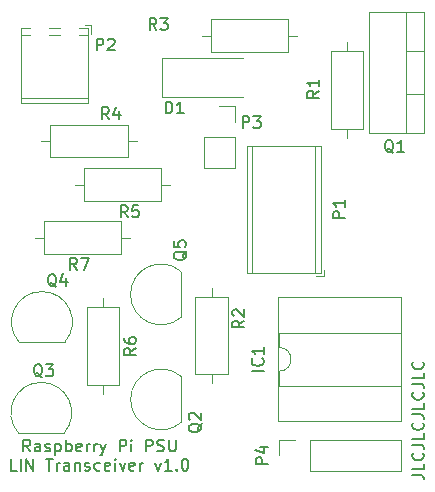
<source format=gbr>
%TF.GenerationSoftware,KiCad,Pcbnew,(6.0.10)*%
%TF.CreationDate,2023-01-15T11:08:54+01:00*%
%TF.ProjectId,PCB_PSU_LIN_2023-01-12,5043425f-5053-4555-9f4c-494e5f323032,rev?*%
%TF.SameCoordinates,Original*%
%TF.FileFunction,Legend,Top*%
%TF.FilePolarity,Positive*%
%FSLAX46Y46*%
G04 Gerber Fmt 4.6, Leading zero omitted, Abs format (unit mm)*
G04 Created by KiCad (PCBNEW (6.0.10)) date 2023-01-15 11:08:54*
%MOMM*%
%LPD*%
G01*
G04 APERTURE LIST*
%ADD10C,0.150000*%
%ADD11C,0.120000*%
G04 APERTURE END LIST*
D10*
X65239047Y-98707380D02*
X64905714Y-98231190D01*
X64667619Y-98707380D02*
X64667619Y-97707380D01*
X65048571Y-97707380D01*
X65143809Y-97755000D01*
X65191428Y-97802619D01*
X65239047Y-97897857D01*
X65239047Y-98040714D01*
X65191428Y-98135952D01*
X65143809Y-98183571D01*
X65048571Y-98231190D01*
X64667619Y-98231190D01*
X66096190Y-98707380D02*
X66096190Y-98183571D01*
X66048571Y-98088333D01*
X65953333Y-98040714D01*
X65762857Y-98040714D01*
X65667619Y-98088333D01*
X66096190Y-98659761D02*
X66000952Y-98707380D01*
X65762857Y-98707380D01*
X65667619Y-98659761D01*
X65620000Y-98564523D01*
X65620000Y-98469285D01*
X65667619Y-98374047D01*
X65762857Y-98326428D01*
X66000952Y-98326428D01*
X66096190Y-98278809D01*
X66524761Y-98659761D02*
X66620000Y-98707380D01*
X66810476Y-98707380D01*
X66905714Y-98659761D01*
X66953333Y-98564523D01*
X66953333Y-98516904D01*
X66905714Y-98421666D01*
X66810476Y-98374047D01*
X66667619Y-98374047D01*
X66572380Y-98326428D01*
X66524761Y-98231190D01*
X66524761Y-98183571D01*
X66572380Y-98088333D01*
X66667619Y-98040714D01*
X66810476Y-98040714D01*
X66905714Y-98088333D01*
X67381904Y-98040714D02*
X67381904Y-99040714D01*
X67381904Y-98088333D02*
X67477142Y-98040714D01*
X67667619Y-98040714D01*
X67762857Y-98088333D01*
X67810476Y-98135952D01*
X67858095Y-98231190D01*
X67858095Y-98516904D01*
X67810476Y-98612142D01*
X67762857Y-98659761D01*
X67667619Y-98707380D01*
X67477142Y-98707380D01*
X67381904Y-98659761D01*
X68286666Y-98707380D02*
X68286666Y-97707380D01*
X68286666Y-98088333D02*
X68381904Y-98040714D01*
X68572380Y-98040714D01*
X68667619Y-98088333D01*
X68715238Y-98135952D01*
X68762857Y-98231190D01*
X68762857Y-98516904D01*
X68715238Y-98612142D01*
X68667619Y-98659761D01*
X68572380Y-98707380D01*
X68381904Y-98707380D01*
X68286666Y-98659761D01*
X69572380Y-98659761D02*
X69477142Y-98707380D01*
X69286666Y-98707380D01*
X69191428Y-98659761D01*
X69143809Y-98564523D01*
X69143809Y-98183571D01*
X69191428Y-98088333D01*
X69286666Y-98040714D01*
X69477142Y-98040714D01*
X69572380Y-98088333D01*
X69620000Y-98183571D01*
X69620000Y-98278809D01*
X69143809Y-98374047D01*
X70048571Y-98707380D02*
X70048571Y-98040714D01*
X70048571Y-98231190D02*
X70096190Y-98135952D01*
X70143809Y-98088333D01*
X70239047Y-98040714D01*
X70334285Y-98040714D01*
X70667619Y-98707380D02*
X70667619Y-98040714D01*
X70667619Y-98231190D02*
X70715238Y-98135952D01*
X70762857Y-98088333D01*
X70858095Y-98040714D01*
X70953333Y-98040714D01*
X71191428Y-98040714D02*
X71429523Y-98707380D01*
X71667619Y-98040714D02*
X71429523Y-98707380D01*
X71334285Y-98945476D01*
X71286666Y-98993095D01*
X71191428Y-99040714D01*
X72810476Y-98707380D02*
X72810476Y-97707380D01*
X73191428Y-97707380D01*
X73286666Y-97755000D01*
X73334285Y-97802619D01*
X73381904Y-97897857D01*
X73381904Y-98040714D01*
X73334285Y-98135952D01*
X73286666Y-98183571D01*
X73191428Y-98231190D01*
X72810476Y-98231190D01*
X73810476Y-98707380D02*
X73810476Y-98040714D01*
X73810476Y-97707380D02*
X73762857Y-97755000D01*
X73810476Y-97802619D01*
X73858095Y-97755000D01*
X73810476Y-97707380D01*
X73810476Y-97802619D01*
X75048571Y-98707380D02*
X75048571Y-97707380D01*
X75429523Y-97707380D01*
X75524761Y-97755000D01*
X75572380Y-97802619D01*
X75620000Y-97897857D01*
X75620000Y-98040714D01*
X75572380Y-98135952D01*
X75524761Y-98183571D01*
X75429523Y-98231190D01*
X75048571Y-98231190D01*
X76000952Y-98659761D02*
X76143809Y-98707380D01*
X76381904Y-98707380D01*
X76477142Y-98659761D01*
X76524761Y-98612142D01*
X76572380Y-98516904D01*
X76572380Y-98421666D01*
X76524761Y-98326428D01*
X76477142Y-98278809D01*
X76381904Y-98231190D01*
X76191428Y-98183571D01*
X76096190Y-98135952D01*
X76048571Y-98088333D01*
X76000952Y-97993095D01*
X76000952Y-97897857D01*
X76048571Y-97802619D01*
X76096190Y-97755000D01*
X76191428Y-97707380D01*
X76429523Y-97707380D01*
X76572380Y-97755000D01*
X77000952Y-97707380D02*
X77000952Y-98516904D01*
X77048571Y-98612142D01*
X77096190Y-98659761D01*
X77191428Y-98707380D01*
X77381904Y-98707380D01*
X77477142Y-98659761D01*
X77524761Y-98612142D01*
X77572380Y-98516904D01*
X77572380Y-97707380D01*
X64120000Y-100317380D02*
X63643809Y-100317380D01*
X63643809Y-99317380D01*
X64453333Y-100317380D02*
X64453333Y-99317380D01*
X64929523Y-100317380D02*
X64929523Y-99317380D01*
X65500952Y-100317380D01*
X65500952Y-99317380D01*
X66596190Y-99317380D02*
X67167619Y-99317380D01*
X66881904Y-100317380D02*
X66881904Y-99317380D01*
X67500952Y-100317380D02*
X67500952Y-99650714D01*
X67500952Y-99841190D02*
X67548571Y-99745952D01*
X67596190Y-99698333D01*
X67691428Y-99650714D01*
X67786666Y-99650714D01*
X68548571Y-100317380D02*
X68548571Y-99793571D01*
X68500952Y-99698333D01*
X68405714Y-99650714D01*
X68215238Y-99650714D01*
X68120000Y-99698333D01*
X68548571Y-100269761D02*
X68453333Y-100317380D01*
X68215238Y-100317380D01*
X68120000Y-100269761D01*
X68072380Y-100174523D01*
X68072380Y-100079285D01*
X68120000Y-99984047D01*
X68215238Y-99936428D01*
X68453333Y-99936428D01*
X68548571Y-99888809D01*
X69024761Y-99650714D02*
X69024761Y-100317380D01*
X69024761Y-99745952D02*
X69072380Y-99698333D01*
X69167619Y-99650714D01*
X69310476Y-99650714D01*
X69405714Y-99698333D01*
X69453333Y-99793571D01*
X69453333Y-100317380D01*
X69881904Y-100269761D02*
X69977142Y-100317380D01*
X70167619Y-100317380D01*
X70262857Y-100269761D01*
X70310476Y-100174523D01*
X70310476Y-100126904D01*
X70262857Y-100031666D01*
X70167619Y-99984047D01*
X70024761Y-99984047D01*
X69929523Y-99936428D01*
X69881904Y-99841190D01*
X69881904Y-99793571D01*
X69929523Y-99698333D01*
X70024761Y-99650714D01*
X70167619Y-99650714D01*
X70262857Y-99698333D01*
X71167619Y-100269761D02*
X71072380Y-100317380D01*
X70881904Y-100317380D01*
X70786666Y-100269761D01*
X70739047Y-100222142D01*
X70691428Y-100126904D01*
X70691428Y-99841190D01*
X70739047Y-99745952D01*
X70786666Y-99698333D01*
X70881904Y-99650714D01*
X71072380Y-99650714D01*
X71167619Y-99698333D01*
X71977142Y-100269761D02*
X71881904Y-100317380D01*
X71691428Y-100317380D01*
X71596190Y-100269761D01*
X71548571Y-100174523D01*
X71548571Y-99793571D01*
X71596190Y-99698333D01*
X71691428Y-99650714D01*
X71881904Y-99650714D01*
X71977142Y-99698333D01*
X72024761Y-99793571D01*
X72024761Y-99888809D01*
X71548571Y-99984047D01*
X72453333Y-100317380D02*
X72453333Y-99650714D01*
X72453333Y-99317380D02*
X72405714Y-99365000D01*
X72453333Y-99412619D01*
X72500952Y-99365000D01*
X72453333Y-99317380D01*
X72453333Y-99412619D01*
X72834285Y-99650714D02*
X73072380Y-100317380D01*
X73310476Y-99650714D01*
X74072380Y-100269761D02*
X73977142Y-100317380D01*
X73786666Y-100317380D01*
X73691428Y-100269761D01*
X73643809Y-100174523D01*
X73643809Y-99793571D01*
X73691428Y-99698333D01*
X73786666Y-99650714D01*
X73977142Y-99650714D01*
X74072380Y-99698333D01*
X74120000Y-99793571D01*
X74120000Y-99888809D01*
X73643809Y-99984047D01*
X74548571Y-100317380D02*
X74548571Y-99650714D01*
X74548571Y-99841190D02*
X74596190Y-99745952D01*
X74643809Y-99698333D01*
X74739047Y-99650714D01*
X74834285Y-99650714D01*
X75834285Y-99650714D02*
X76072380Y-100317380D01*
X76310476Y-99650714D01*
X77215238Y-100317380D02*
X76643809Y-100317380D01*
X76929523Y-100317380D02*
X76929523Y-99317380D01*
X76834285Y-99460238D01*
X76739047Y-99555476D01*
X76643809Y-99603095D01*
X77643809Y-100222142D02*
X77691428Y-100269761D01*
X77643809Y-100317380D01*
X77596190Y-100269761D01*
X77643809Y-100222142D01*
X77643809Y-100317380D01*
X78310476Y-99317380D02*
X78405714Y-99317380D01*
X78500952Y-99365000D01*
X78548571Y-99412619D01*
X78596190Y-99507857D01*
X78643809Y-99698333D01*
X78643809Y-99936428D01*
X78596190Y-100126904D01*
X78548571Y-100222142D01*
X78500952Y-100269761D01*
X78405714Y-100317380D01*
X78310476Y-100317380D01*
X78215238Y-100269761D01*
X78167619Y-100222142D01*
X78120000Y-100126904D01*
X78072380Y-99936428D01*
X78072380Y-99698333D01*
X78120000Y-99507857D01*
X78167619Y-99412619D01*
X78215238Y-99365000D01*
X78310476Y-99317380D01*
X97571957Y-100688159D02*
X98286243Y-100688159D01*
X98429100Y-100735778D01*
X98524338Y-100831016D01*
X98571957Y-100973873D01*
X98571957Y-101069112D01*
X98571957Y-99735778D02*
X98571957Y-100211969D01*
X97571957Y-100211969D01*
X98476719Y-98831016D02*
X98524338Y-98878635D01*
X98571957Y-99021492D01*
X98571957Y-99116731D01*
X98524338Y-99259588D01*
X98429100Y-99354826D01*
X98333862Y-99402445D01*
X98143386Y-99450064D01*
X98000529Y-99450064D01*
X97810053Y-99402445D01*
X97714815Y-99354826D01*
X97619577Y-99259588D01*
X97571957Y-99116731D01*
X97571957Y-99021492D01*
X97619577Y-98878635D01*
X97667196Y-98831016D01*
X97571957Y-98116731D02*
X98286243Y-98116731D01*
X98429100Y-98164350D01*
X98524338Y-98259588D01*
X98571957Y-98402445D01*
X98571957Y-98497683D01*
X98571957Y-97164350D02*
X98571957Y-97640540D01*
X97571957Y-97640540D01*
X98476719Y-96259588D02*
X98524338Y-96307207D01*
X98571957Y-96450064D01*
X98571957Y-96545302D01*
X98524338Y-96688159D01*
X98429100Y-96783397D01*
X98333862Y-96831016D01*
X98143386Y-96878635D01*
X98000529Y-96878635D01*
X97810053Y-96831016D01*
X97714815Y-96783397D01*
X97619577Y-96688159D01*
X97571957Y-96545302D01*
X97571957Y-96450064D01*
X97619577Y-96307207D01*
X97667196Y-96259588D01*
X97571957Y-95545302D02*
X98286243Y-95545302D01*
X98429100Y-95592921D01*
X98524338Y-95688159D01*
X98571957Y-95831016D01*
X98571957Y-95926254D01*
X98571957Y-94592921D02*
X98571957Y-95069112D01*
X97571957Y-95069112D01*
X98476719Y-93688159D02*
X98524338Y-93735778D01*
X98571957Y-93878635D01*
X98571957Y-93973873D01*
X98524338Y-94116731D01*
X98429100Y-94211969D01*
X98333862Y-94259588D01*
X98143386Y-94307207D01*
X98000529Y-94307207D01*
X97810053Y-94259588D01*
X97714815Y-94211969D01*
X97619577Y-94116731D01*
X97571957Y-93973873D01*
X97571957Y-93878635D01*
X97619577Y-93735778D01*
X97667196Y-93688159D01*
X97571957Y-92973873D02*
X98286243Y-92973873D01*
X98429100Y-93021492D01*
X98524338Y-93116731D01*
X98571957Y-93259588D01*
X98571957Y-93354826D01*
X98571957Y-92021492D02*
X98571957Y-92497683D01*
X97571957Y-92497683D01*
X98476719Y-91116731D02*
X98524338Y-91164350D01*
X98571957Y-91307207D01*
X98571957Y-91402445D01*
X98524338Y-91545302D01*
X98429100Y-91640540D01*
X98333862Y-91688159D01*
X98143386Y-91735778D01*
X98000529Y-91735778D01*
X97810053Y-91688159D01*
X97714815Y-91640540D01*
X97619577Y-91545302D01*
X97571957Y-91402445D01*
X97571957Y-91307207D01*
X97619577Y-91164350D01*
X97667196Y-91116731D01*
%TO.C,R4*%
X71913079Y-70569691D02*
X71579746Y-70093501D01*
X71341650Y-70569691D02*
X71341650Y-69569691D01*
X71722603Y-69569691D01*
X71817841Y-69617311D01*
X71865460Y-69664930D01*
X71913079Y-69760168D01*
X71913079Y-69903025D01*
X71865460Y-69998263D01*
X71817841Y-70045882D01*
X71722603Y-70093501D01*
X71341650Y-70093501D01*
X72770222Y-69903025D02*
X72770222Y-70569691D01*
X72532126Y-69522072D02*
X72294031Y-70236358D01*
X72913079Y-70236358D01*
%TO.C,Q4*%
X67471930Y-84776913D02*
X67376692Y-84729294D01*
X67281454Y-84634055D01*
X67138597Y-84491198D01*
X67043359Y-84443579D01*
X66948121Y-84443579D01*
X66995740Y-84681674D02*
X66900502Y-84634055D01*
X66805264Y-84538817D01*
X66757645Y-84348341D01*
X66757645Y-84015008D01*
X66805264Y-83824532D01*
X66900502Y-83729294D01*
X66995740Y-83681674D01*
X67186216Y-83681674D01*
X67281454Y-83729294D01*
X67376692Y-83824532D01*
X67424311Y-84015008D01*
X67424311Y-84348341D01*
X67376692Y-84538817D01*
X67281454Y-84634055D01*
X67186216Y-84681674D01*
X66995740Y-84681674D01*
X68281454Y-84015008D02*
X68281454Y-84681674D01*
X68043359Y-83634055D02*
X67805264Y-84348341D01*
X68424311Y-84348341D01*
%TO.C,P4*%
X85339380Y-99773095D02*
X84339380Y-99773095D01*
X84339380Y-99392142D01*
X84387000Y-99296904D01*
X84434619Y-99249285D01*
X84529857Y-99201666D01*
X84672714Y-99201666D01*
X84767952Y-99249285D01*
X84815571Y-99296904D01*
X84863190Y-99392142D01*
X84863190Y-99773095D01*
X84672714Y-98344523D02*
X85339380Y-98344523D01*
X84291761Y-98582619D02*
X85006047Y-98820714D01*
X85006047Y-98201666D01*
%TO.C,Q1*%
X96003326Y-73424222D02*
X95908088Y-73376603D01*
X95812850Y-73281364D01*
X95669993Y-73138507D01*
X95574755Y-73090888D01*
X95479517Y-73090888D01*
X95527136Y-73328983D02*
X95431898Y-73281364D01*
X95336660Y-73186126D01*
X95289041Y-72995650D01*
X95289041Y-72662317D01*
X95336660Y-72471841D01*
X95431898Y-72376603D01*
X95527136Y-72328983D01*
X95717612Y-72328983D01*
X95812850Y-72376603D01*
X95908088Y-72471841D01*
X95955707Y-72662317D01*
X95955707Y-72995650D01*
X95908088Y-73186126D01*
X95812850Y-73281364D01*
X95717612Y-73328983D01*
X95527136Y-73328983D01*
X96908088Y-73328983D02*
X96336660Y-73328983D01*
X96622374Y-73328983D02*
X96622374Y-72328983D01*
X96527136Y-72471841D01*
X96431898Y-72567079D01*
X96336660Y-72614698D01*
%TO.C,R1*%
X89685177Y-68179835D02*
X89208987Y-68513169D01*
X89685177Y-68751264D02*
X88685177Y-68751264D01*
X88685177Y-68370311D01*
X88732797Y-68275073D01*
X88780416Y-68227454D01*
X88875654Y-68179835D01*
X89018511Y-68179835D01*
X89113749Y-68227454D01*
X89161368Y-68275073D01*
X89208987Y-68370311D01*
X89208987Y-68751264D01*
X89685177Y-67227454D02*
X89685177Y-67798883D01*
X89685177Y-67513169D02*
X88685177Y-67513169D01*
X88828035Y-67608407D01*
X88923273Y-67703645D01*
X88970892Y-67798883D01*
%TO.C,R2*%
X83366310Y-87621678D02*
X82890120Y-87955012D01*
X83366310Y-88193107D02*
X82366310Y-88193107D01*
X82366310Y-87812154D01*
X82413930Y-87716916D01*
X82461549Y-87669297D01*
X82556787Y-87621678D01*
X82699644Y-87621678D01*
X82794882Y-87669297D01*
X82842501Y-87716916D01*
X82890120Y-87812154D01*
X82890120Y-88193107D01*
X82461549Y-87240726D02*
X82413930Y-87193107D01*
X82366310Y-87097869D01*
X82366310Y-86859773D01*
X82413930Y-86764535D01*
X82461549Y-86716916D01*
X82556787Y-86669297D01*
X82652025Y-86669297D01*
X82794882Y-86716916D01*
X83366310Y-87288345D01*
X83366310Y-86669297D01*
%TO.C,Q5*%
X78510374Y-81742389D02*
X78462755Y-81837627D01*
X78367516Y-81932865D01*
X78224659Y-82075722D01*
X78177040Y-82170960D01*
X78177040Y-82266198D01*
X78415135Y-82218579D02*
X78367516Y-82313817D01*
X78272278Y-82409055D01*
X78081802Y-82456674D01*
X77748469Y-82456674D01*
X77557993Y-82409055D01*
X77462755Y-82313817D01*
X77415135Y-82218579D01*
X77415135Y-82028103D01*
X77462755Y-81932865D01*
X77557993Y-81837627D01*
X77748469Y-81790008D01*
X78081802Y-81790008D01*
X78272278Y-81837627D01*
X78367516Y-81932865D01*
X78415135Y-82028103D01*
X78415135Y-82218579D01*
X77415135Y-80885246D02*
X77415135Y-81361436D01*
X77891326Y-81409055D01*
X77843707Y-81361436D01*
X77796088Y-81266198D01*
X77796088Y-81028103D01*
X77843707Y-80932865D01*
X77891326Y-80885246D01*
X77986564Y-80837627D01*
X78224659Y-80837627D01*
X78319897Y-80885246D01*
X78367516Y-80932865D01*
X78415135Y-81028103D01*
X78415135Y-81266198D01*
X78367516Y-81361436D01*
X78319897Y-81409055D01*
%TO.C,R7*%
X69204990Y-83331258D02*
X68871657Y-82855068D01*
X68633561Y-83331258D02*
X68633561Y-82331258D01*
X69014514Y-82331258D01*
X69109752Y-82378878D01*
X69157371Y-82426497D01*
X69204990Y-82521735D01*
X69204990Y-82664592D01*
X69157371Y-82759830D01*
X69109752Y-82807449D01*
X69014514Y-82855068D01*
X68633561Y-82855068D01*
X69538323Y-82331258D02*
X70204990Y-82331258D01*
X69776418Y-83331258D01*
%TO.C,Q2*%
X79766418Y-96335238D02*
X79718799Y-96430476D01*
X79623560Y-96525714D01*
X79480703Y-96668571D01*
X79433084Y-96763809D01*
X79433084Y-96859047D01*
X79671179Y-96811428D02*
X79623560Y-96906666D01*
X79528322Y-97001904D01*
X79337846Y-97049523D01*
X79004513Y-97049523D01*
X78814037Y-97001904D01*
X78718799Y-96906666D01*
X78671179Y-96811428D01*
X78671179Y-96620952D01*
X78718799Y-96525714D01*
X78814037Y-96430476D01*
X79004513Y-96382857D01*
X79337846Y-96382857D01*
X79528322Y-96430476D01*
X79623560Y-96525714D01*
X79671179Y-96620952D01*
X79671179Y-96811428D01*
X78766418Y-96001904D02*
X78718799Y-95954285D01*
X78671179Y-95859047D01*
X78671179Y-95620952D01*
X78718799Y-95525714D01*
X78766418Y-95478095D01*
X78861656Y-95430476D01*
X78956894Y-95430476D01*
X79099751Y-95478095D01*
X79671179Y-96049523D01*
X79671179Y-95430476D01*
%TO.C,R6*%
X74193969Y-89964146D02*
X73717779Y-90297480D01*
X74193969Y-90535575D02*
X73193969Y-90535575D01*
X73193969Y-90154622D01*
X73241589Y-90059384D01*
X73289208Y-90011765D01*
X73384446Y-89964146D01*
X73527303Y-89964146D01*
X73622541Y-90011765D01*
X73670160Y-90059384D01*
X73717779Y-90154622D01*
X73717779Y-90535575D01*
X73193969Y-89107003D02*
X73193969Y-89297480D01*
X73241589Y-89392718D01*
X73289208Y-89440337D01*
X73432065Y-89535575D01*
X73622541Y-89583194D01*
X74003493Y-89583194D01*
X74098731Y-89535575D01*
X74146350Y-89487956D01*
X74193969Y-89392718D01*
X74193969Y-89202241D01*
X74146350Y-89107003D01*
X74098731Y-89059384D01*
X74003493Y-89011765D01*
X73765398Y-89011765D01*
X73670160Y-89059384D01*
X73622541Y-89107003D01*
X73574922Y-89202241D01*
X73574922Y-89392718D01*
X73622541Y-89487956D01*
X73670160Y-89535575D01*
X73765398Y-89583194D01*
%TO.C,P3*%
X83229506Y-71324163D02*
X83229506Y-70324163D01*
X83610459Y-70324163D01*
X83705697Y-70371783D01*
X83753316Y-70419402D01*
X83800935Y-70514640D01*
X83800935Y-70657497D01*
X83753316Y-70752735D01*
X83705697Y-70800354D01*
X83610459Y-70847973D01*
X83229506Y-70847973D01*
X84134268Y-70324163D02*
X84753316Y-70324163D01*
X84419982Y-70705116D01*
X84562840Y-70705116D01*
X84658078Y-70752735D01*
X84705697Y-70800354D01*
X84753316Y-70895592D01*
X84753316Y-71133687D01*
X84705697Y-71228925D01*
X84658078Y-71276544D01*
X84562840Y-71324163D01*
X84277125Y-71324163D01*
X84181887Y-71276544D01*
X84134268Y-71228925D01*
%TO.C,R5*%
X73493333Y-78878905D02*
X73160000Y-78402715D01*
X72921904Y-78878905D02*
X72921904Y-77878905D01*
X73302857Y-77878905D01*
X73398095Y-77926525D01*
X73445714Y-77974144D01*
X73493333Y-78069382D01*
X73493333Y-78212239D01*
X73445714Y-78307477D01*
X73398095Y-78355096D01*
X73302857Y-78402715D01*
X72921904Y-78402715D01*
X74398095Y-77878905D02*
X73921904Y-77878905D01*
X73874285Y-78355096D01*
X73921904Y-78307477D01*
X74017142Y-78259858D01*
X74255238Y-78259858D01*
X74350476Y-78307477D01*
X74398095Y-78355096D01*
X74445714Y-78450334D01*
X74445714Y-78688429D01*
X74398095Y-78783667D01*
X74350476Y-78831286D01*
X74255238Y-78878905D01*
X74017142Y-78878905D01*
X73921904Y-78831286D01*
X73874285Y-78783667D01*
%TO.C,R3*%
X75938861Y-63022692D02*
X75605528Y-62546502D01*
X75367432Y-63022692D02*
X75367432Y-62022692D01*
X75748385Y-62022692D01*
X75843623Y-62070312D01*
X75891242Y-62117931D01*
X75938861Y-62213169D01*
X75938861Y-62356026D01*
X75891242Y-62451264D01*
X75843623Y-62498883D01*
X75748385Y-62546502D01*
X75367432Y-62546502D01*
X76272194Y-62022692D02*
X76891242Y-62022692D01*
X76557908Y-62403645D01*
X76700766Y-62403645D01*
X76796004Y-62451264D01*
X76843623Y-62498883D01*
X76891242Y-62594121D01*
X76891242Y-62832216D01*
X76843623Y-62927454D01*
X76796004Y-62975073D01*
X76700766Y-63022692D01*
X76415051Y-63022692D01*
X76319813Y-62975073D01*
X76272194Y-62927454D01*
%TO.C,P2*%
X70865184Y-64750683D02*
X70865184Y-63750683D01*
X71246137Y-63750683D01*
X71341375Y-63798303D01*
X71388994Y-63845922D01*
X71436613Y-63941160D01*
X71436613Y-64084017D01*
X71388994Y-64179255D01*
X71341375Y-64226874D01*
X71246137Y-64274493D01*
X70865184Y-64274493D01*
X71817565Y-63845922D02*
X71865184Y-63798303D01*
X71960422Y-63750683D01*
X72198518Y-63750683D01*
X72293756Y-63798303D01*
X72341375Y-63845922D01*
X72388994Y-63941160D01*
X72388994Y-64036398D01*
X72341375Y-64179255D01*
X71769946Y-64750683D01*
X72388994Y-64750683D01*
%TO.C,P1*%
X91892380Y-78943095D02*
X90892380Y-78943095D01*
X90892380Y-78562142D01*
X90940000Y-78466904D01*
X90987619Y-78419285D01*
X91082857Y-78371666D01*
X91225714Y-78371666D01*
X91320952Y-78419285D01*
X91368571Y-78466904D01*
X91416190Y-78562142D01*
X91416190Y-78943095D01*
X91892380Y-77419285D02*
X91892380Y-77990714D01*
X91892380Y-77705000D02*
X90892380Y-77705000D01*
X91035238Y-77800238D01*
X91130476Y-77895476D01*
X91178095Y-77990714D01*
%TO.C,IC1*%
X85004900Y-91879190D02*
X84004900Y-91879190D01*
X84909662Y-90831571D02*
X84957281Y-90879190D01*
X85004900Y-91022047D01*
X85004900Y-91117285D01*
X84957281Y-91260142D01*
X84862043Y-91355380D01*
X84766805Y-91403000D01*
X84576329Y-91450619D01*
X84433472Y-91450619D01*
X84242996Y-91403000D01*
X84147758Y-91355380D01*
X84052520Y-91260142D01*
X84004900Y-91117285D01*
X84004900Y-91022047D01*
X84052520Y-90879190D01*
X84100139Y-90831571D01*
X85004900Y-89879190D02*
X85004900Y-90450619D01*
X85004900Y-90164904D02*
X84004900Y-90164904D01*
X84147758Y-90260142D01*
X84242996Y-90355380D01*
X84290615Y-90450619D01*
%TO.C,Q3*%
X66285290Y-92417850D02*
X66190052Y-92370231D01*
X66094814Y-92274992D01*
X65951957Y-92132135D01*
X65856719Y-92084516D01*
X65761481Y-92084516D01*
X65809100Y-92322611D02*
X65713862Y-92274992D01*
X65618624Y-92179754D01*
X65571005Y-91989278D01*
X65571005Y-91655945D01*
X65618624Y-91465469D01*
X65713862Y-91370231D01*
X65809100Y-91322611D01*
X65999576Y-91322611D01*
X66094814Y-91370231D01*
X66190052Y-91465469D01*
X66237671Y-91655945D01*
X66237671Y-91989278D01*
X66190052Y-92179754D01*
X66094814Y-92274992D01*
X65999576Y-92322611D01*
X65809100Y-92322611D01*
X66571005Y-91322611D02*
X67190052Y-91322611D01*
X66856719Y-91703564D01*
X66999576Y-91703564D01*
X67094814Y-91751183D01*
X67142433Y-91798802D01*
X67190052Y-91894040D01*
X67190052Y-92132135D01*
X67142433Y-92227373D01*
X67094814Y-92274992D01*
X66999576Y-92322611D01*
X66713862Y-92322611D01*
X66618624Y-92274992D01*
X66571005Y-92227373D01*
%TO.C,D1*%
X76720878Y-70079364D02*
X76720878Y-69079364D01*
X76958974Y-69079364D01*
X77101831Y-69126984D01*
X77197069Y-69222222D01*
X77244688Y-69317460D01*
X77292307Y-69507936D01*
X77292307Y-69650793D01*
X77244688Y-69841269D01*
X77197069Y-69936507D01*
X77101831Y-70031745D01*
X76958974Y-70079364D01*
X76720878Y-70079364D01*
X78244688Y-70079364D02*
X77673259Y-70079364D01*
X77958974Y-70079364D02*
X77958974Y-69079364D01*
X77863735Y-69222222D01*
X77768497Y-69317460D01*
X77673259Y-69365079D01*
D11*
%TO.C,R4*%
X66191107Y-72393220D02*
X66961107Y-72393220D01*
X66961107Y-73763220D02*
X73501107Y-73763220D01*
X73501107Y-71023220D02*
X66961107Y-71023220D01*
X73501107Y-73763220D02*
X73501107Y-71023220D01*
X66961107Y-71023220D02*
X66961107Y-73763220D01*
X74271107Y-72393220D02*
X73501107Y-72393220D01*
%TO.C,Q4*%
X64302674Y-89441994D02*
X68152674Y-89441994D01*
X68191285Y-89432116D02*
G75*
G03*
X64302674Y-89441994I-1948611J1690122D01*
G01*
%TO.C,P4*%
X86327000Y-99035000D02*
X86327000Y-97705000D01*
X88927000Y-97705000D02*
X96607000Y-97705000D01*
X86327000Y-97705000D02*
X87657000Y-97705000D01*
X96607000Y-100365000D02*
X96607000Y-97705000D01*
X88927000Y-100365000D02*
X96607000Y-100365000D01*
X88927000Y-100365000D02*
X88927000Y-97705000D01*
%TO.C,Q1*%
X98595935Y-71733305D02*
X93954935Y-71733305D01*
X97085935Y-61493305D02*
X97085935Y-71733305D01*
X98595935Y-64763305D02*
X97085935Y-64763305D01*
X93954935Y-61493305D02*
X93954935Y-71733305D01*
X98595935Y-68464305D02*
X97085935Y-68464305D01*
X98595935Y-61493305D02*
X93954935Y-61493305D01*
X98595935Y-61493305D02*
X98595935Y-71733305D01*
%TO.C,R1*%
X90699811Y-71369768D02*
X93439811Y-71369768D01*
X92069811Y-64059768D02*
X92069811Y-64829768D01*
X93439811Y-71369768D02*
X93439811Y-64829768D01*
X90699811Y-64829768D02*
X90699811Y-71369768D01*
X93439811Y-64829768D02*
X90699811Y-64829768D01*
X92069811Y-72139768D02*
X92069811Y-71369768D01*
%TO.C,R2*%
X80601521Y-92940000D02*
X80601521Y-92170000D01*
X80601521Y-84860000D02*
X80601521Y-85630000D01*
X81971521Y-92170000D02*
X81971521Y-85630000D01*
X79231521Y-92170000D02*
X81971521Y-92170000D01*
X81971521Y-85630000D02*
X79231521Y-85630000D01*
X79231521Y-85630000D02*
X79231521Y-92170000D01*
%TO.C,Q5*%
X78017065Y-87345803D02*
X78017065Y-83495803D01*
X78007187Y-83457192D02*
G75*
G03*
X78017065Y-87345803I-1690122J-1948611D01*
G01*
%TO.C,R7*%
X72945012Y-81965080D02*
X72945012Y-79225080D01*
X66405012Y-79225080D02*
X66405012Y-81965080D01*
X73715012Y-80595080D02*
X72945012Y-80595080D01*
X72945012Y-79225080D02*
X66405012Y-79225080D01*
X65635012Y-80595080D02*
X66405012Y-80595080D01*
X66405012Y-81965080D02*
X72945012Y-81965080D01*
%TO.C,Q2*%
X78036262Y-96240000D02*
X78036262Y-92390000D01*
X78026384Y-92351389D02*
G75*
G03*
X78036262Y-96240000I-1690122J-1948611D01*
G01*
%TO.C,R6*%
X71392679Y-85744598D02*
X71392679Y-86514598D01*
X72762679Y-93054598D02*
X72762679Y-86514598D01*
X71392679Y-93824598D02*
X71392679Y-93054598D01*
X70022679Y-93054598D02*
X72762679Y-93054598D01*
X70022679Y-86514598D02*
X70022679Y-93054598D01*
X72762679Y-86514598D02*
X70022679Y-86514598D01*
%TO.C,P3*%
X81258320Y-69490081D02*
X82588320Y-69490081D01*
X82588320Y-72090081D02*
X82588320Y-74690081D01*
X79928320Y-72090081D02*
X79928320Y-74690081D01*
X79928320Y-74690081D02*
X82588320Y-74690081D01*
X79928320Y-72090081D02*
X82588320Y-72090081D01*
X82588320Y-69490081D02*
X82588320Y-70820081D01*
%TO.C,R5*%
X69782375Y-77484116D02*
X76322375Y-77484116D01*
X77092375Y-76114116D02*
X76322375Y-76114116D01*
X76322375Y-77484116D02*
X76322375Y-74744116D01*
X69012375Y-76114116D02*
X69782375Y-76114116D01*
X76322375Y-74744116D02*
X69782375Y-74744116D01*
X69782375Y-74744116D02*
X69782375Y-77484116D01*
%TO.C,R3*%
X87090000Y-62130000D02*
X80550000Y-62130000D01*
X87860000Y-63500000D02*
X87090000Y-63500000D01*
X79780000Y-63500000D02*
X80550000Y-63500000D01*
X80550000Y-64870000D02*
X87090000Y-64870000D01*
X80550000Y-62130000D02*
X80550000Y-64870000D01*
X87090000Y-64870000D02*
X87090000Y-62130000D01*
%TO.C,P2*%
X67790000Y-63440000D02*
X66830000Y-63440000D01*
X70380000Y-62640000D02*
X69880000Y-62640000D01*
X64480000Y-69200000D02*
X64480000Y-62880000D01*
X70380000Y-63380000D02*
X70380000Y-62640000D01*
X67790000Y-62880000D02*
X66830000Y-62880000D01*
X65250000Y-62880000D02*
X64480000Y-62880000D01*
X70140000Y-69200000D02*
X70140000Y-62880000D01*
X70140000Y-68740000D02*
X64480000Y-68740000D01*
X70140000Y-63440000D02*
X69370000Y-63440000D01*
X70140000Y-69200000D02*
X64480000Y-69200000D01*
X65250000Y-63440000D02*
X64480000Y-63440000D01*
X70140000Y-62880000D02*
X69370000Y-62880000D01*
%TO.C,P1*%
X83588032Y-83575000D02*
X89908032Y-83575000D01*
X83588032Y-83575000D02*
X83588032Y-72835000D01*
X90148032Y-83815000D02*
X90148032Y-83315000D01*
X89348032Y-83575000D02*
X89348032Y-72835000D01*
X89408032Y-83815000D02*
X90148032Y-83815000D01*
X83588032Y-72835000D02*
X89908032Y-72835000D01*
X84048032Y-83575000D02*
X84048032Y-72835000D01*
X89908032Y-83575000D02*
X89908032Y-72835000D01*
%TO.C,IC1*%
X86327000Y-88653000D02*
X86327000Y-89903000D01*
X86267000Y-96153000D02*
X96667000Y-96153000D01*
X86327000Y-91903000D02*
X86327000Y-93153000D01*
X96607000Y-88653000D02*
X86327000Y-88653000D01*
X96607000Y-93153000D02*
X96607000Y-88653000D01*
X96667000Y-96153000D02*
X96667000Y-85653000D01*
X96667000Y-85653000D02*
X86267000Y-85653000D01*
X86327000Y-93153000D02*
X96607000Y-93153000D01*
X86267000Y-85653000D02*
X86267000Y-96153000D01*
X86327000Y-91903000D02*
G75*
G03*
X86327000Y-89903000I0J1000000D01*
G01*
%TO.C,Q3*%
X64246066Y-97133173D02*
X68096066Y-97133173D01*
X68134677Y-97123295D02*
G75*
G03*
X64246066Y-97133173I-1948611J1690122D01*
G01*
%TO.C,D1*%
X76383390Y-65431020D02*
X83283390Y-65431020D01*
X76383390Y-68731020D02*
X83283390Y-68731020D01*
X76383390Y-65431020D02*
X76383390Y-68731020D01*
%TD*%
M02*

</source>
